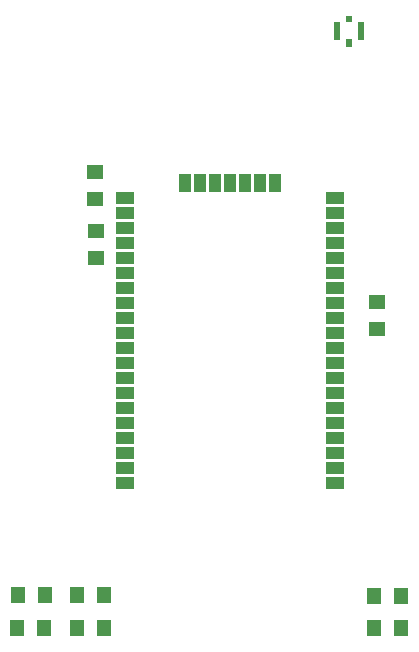
<source format=gtp>
G04 Layer_Color=8421504*
%FSTAX24Y24*%
%MOIN*%
G70*
G01*
G75*
%ADD11R,0.0500X0.0550*%
%ADD12R,0.0197X0.0256*%
%ADD13R,0.0197X0.0217*%
%ADD14R,0.0236X0.0591*%
%ADD15R,0.0550X0.0500*%
%ADD16R,0.0600X0.0400*%
%ADD17R,0.0400X0.0600*%
D11*
X01945Y020344D02*
D03*
X01855D02*
D03*
X02143D02*
D03*
X02053D02*
D03*
X02144Y02144D02*
D03*
X02054D02*
D03*
X01946D02*
D03*
X01856D02*
D03*
X03134Y02143D02*
D03*
X03044D02*
D03*
X03135Y020354D02*
D03*
X03045D02*
D03*
D12*
X02959Y039866D02*
D03*
D13*
Y040654D02*
D03*
D14*
X029984Y04025D02*
D03*
X029196D02*
D03*
D15*
X02115Y03556D02*
D03*
Y03466D02*
D03*
X02117Y0327D02*
D03*
Y0336D02*
D03*
X03054Y03032D02*
D03*
Y03122D02*
D03*
D16*
X02215Y0252D02*
D03*
Y0257D02*
D03*
Y0262D02*
D03*
Y0267D02*
D03*
Y0272D02*
D03*
Y0277D02*
D03*
Y0282D02*
D03*
Y0287D02*
D03*
Y0292D02*
D03*
Y0297D02*
D03*
Y0302D02*
D03*
Y0307D02*
D03*
Y0312D02*
D03*
Y0317D02*
D03*
Y0322D02*
D03*
Y0327D02*
D03*
Y0332D02*
D03*
Y0337D02*
D03*
Y0342D02*
D03*
Y0347D02*
D03*
X02915D02*
D03*
Y0342D02*
D03*
Y0337D02*
D03*
Y0332D02*
D03*
Y0327D02*
D03*
Y0322D02*
D03*
Y0317D02*
D03*
Y0312D02*
D03*
Y0307D02*
D03*
Y0302D02*
D03*
Y0297D02*
D03*
Y0292D02*
D03*
Y0287D02*
D03*
Y0282D02*
D03*
Y0277D02*
D03*
Y0272D02*
D03*
Y0267D02*
D03*
Y0262D02*
D03*
Y0257D02*
D03*
Y0252D02*
D03*
D17*
X02415Y0352D02*
D03*
X02465D02*
D03*
X02515D02*
D03*
X02565D02*
D03*
X02615D02*
D03*
X02665D02*
D03*
X02715D02*
D03*
M02*

</source>
